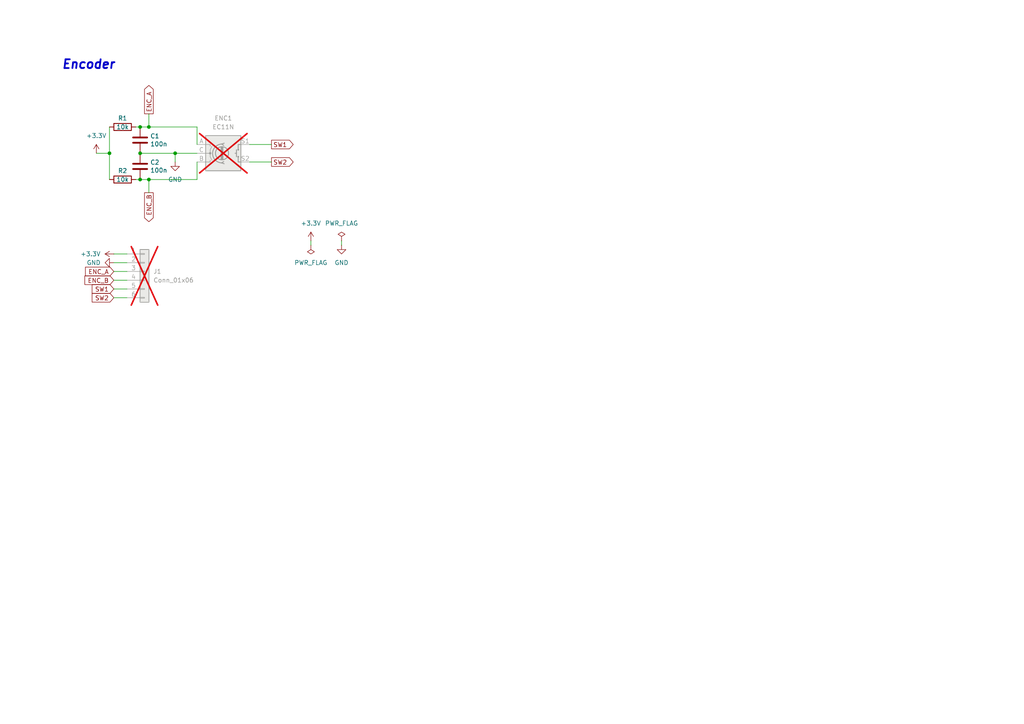
<source format=kicad_sch>
(kicad_sch (version 20231120) (generator "eeschema") (generator_version "8.0")
  (paper "A4")
  (lib_symbols
    (symbol "Connector_Generic:Conn_01x06" (pin_names (offset 1.016) hide)
      (property "Reference" "J" (at 0 7.62 0))
      (property "Value" "Conn_01x06" (at 0 -10.16 0))
      (symbol "Conn_01x06_1_1"
        (rectangle (start -1.27 -7.493) (end 0 -7.747) (stroke (width 0.1524)))
        (rectangle (start -1.27 -4.953) (end 0 -5.207) (stroke (width 0.1524)))
        (rectangle (start -1.27 -2.413) (end 0 -2.667) (stroke (width 0.1524)))
        (rectangle (start -1.27 0.127) (end 0 -0.127) (stroke (width 0.1524)))
        (rectangle (start -1.27 2.667) (end 0 2.413) (stroke (width 0.1524)))
        (rectangle (start -1.27 5.207) (end 0 4.953) (stroke (width 0.1524)))
        (rectangle (start -1.27 6.35) (end 1.27 -8.89) (stroke (width 0.254)) (fill (type background)))
        (pin passive line (at -5.08 5.08 0) (length 3.81) (name "Pin_1") (number "1"))
        (pin passive line (at -5.08 2.54 0) (length 3.81) (name "Pin_2") (number "2"))
        (pin passive line (at -5.08 0 0) (length 3.81) (name "Pin_3") (number "3"))
        (pin passive line (at -5.08 -2.54 0) (length 3.81) (name "Pin_4") (number "4"))
        (pin passive line (at -5.08 -5.08 0) (length 3.81) (name "Pin_5") (number "5"))
        (pin passive line (at -5.08 -7.62 0) (length 3.81) (name "Pin_6") (number "6"))
      )
    )
    (symbol "Device:C" (pin_numbers hide) (pin_names (offset 0.254))
      (property "Reference" "C" (at 0.635 2.54 0))
      (property "Value" "C" (at 0.635 -2.54 0))
      (symbol "C_0_1"
        (polyline (pts (xy -2.032 -0.762) (xy 2.032 -0.762)) (stroke (width 0.508)))
        (polyline (pts (xy -2.032 0.762) (xy 2.032 0.762)) (stroke (width 0.508)))
      )
      (symbol "C_1_1"
        (pin passive line (at 0 3.81 270) (length 2.794) (name "~") (number "1"))
        (pin passive line (at 0 -3.81 90) (length 2.794) (name "~") (number "2"))
      )
    )
    (symbol "Device:R" (pin_numbers hide) (pin_names (offset 0))
      (property "Reference" "R" (at 2.032 0 90))
      (property "Value" "R" (at 0 0 90))
      (symbol "R_0_1"
        (rectangle (start -1.016 -2.54) (end 1.016 2.54) (stroke (width 0.254)))
      )
      (symbol "R_1_1"
        (pin passive line (at 0 3.81 270) (length 1.27) (name "~") (number "1"))
        (pin passive line (at 0 -3.81 90) (length 1.27) (name "~") (number "2"))
      )
    )
    (symbol "Device:RotaryEncoder_Switch" (pin_names (offset 0.254) hide)
      (property "Reference" "SW" (at 0 6.604 0))
      (property "Value" "RotaryEncoder_Switch" (at 0 -6.604 0))
      (symbol "RotaryEncoder_Switch_0_1"
        (rectangle (start -5.08 5.08) (end 5.08 -5.08) (stroke (width 0.254)) (fill (type background)))
        (circle (center -3.81 0) (radius 0.254) (fill (type outline)))
        (circle (center -0.381 0) (radius 1.905) (stroke (width 0.254)))
        (arc (start -0.381 2.667) (mid -3.0988 -0.0635) (end -0.381 -2.794) (stroke (width 0.254)))
        (polyline (pts (xy -0.635 -1.778) (xy -0.635 1.778)) (stroke (width 0.254)))
        (polyline (pts (xy -0.381 -1.778) (xy -0.381 1.778)) (stroke (width 0.254)))
        (polyline (pts (xy -0.127 1.778) (xy -0.127 -1.778)) (stroke (width 0.254)))
        (polyline (pts (xy 3.81 0) (xy 3.429 0)) (stroke (width 0.254)))
        (polyline (pts (xy 3.81 1.016) (xy 3.81 -1.016)) (stroke (width 0.254)))
        (polyline (pts (xy -5.08 -2.54) (xy -3.81 -2.54) (xy -3.81 -2.032)))
        (polyline (pts (xy -5.08 2.54) (xy -3.81 2.54) (xy -3.81 2.032)))
        (polyline (pts (xy 0.254 -3.048) (xy -0.508 -2.794) (xy 0.127 -2.413)) (stroke (width 0.254)))
        (polyline (pts (xy 0.254 2.921) (xy -0.508 2.667) (xy 0.127 2.286)) (stroke (width 0.254)))
        (polyline (pts (xy 5.08 -2.54) (xy 4.318 -2.54) (xy 4.318 -1.016)) (stroke (width 0.254)))
        (polyline (pts (xy 5.08 2.54) (xy 4.318 2.54) (xy 4.318 1.016)) (stroke (width 0.254)))
        (polyline (pts (xy -5.08 0) (xy -3.81 0) (xy -3.81 -1.016) (xy -3.302 -2.032)))
        (polyline (pts (xy -4.318 0) (xy -3.81 0) (xy -3.81 1.016) (xy -3.302 2.032)))
        (circle (center 4.318 -1.016) (radius 0.127) (stroke (width 0.254)))
        (circle (center 4.318 1.016) (radius 0.127) (stroke (width 0.254)))
      )
      (symbol "RotaryEncoder_Switch_1_1"
        (pin passive line (at -7.62 2.54 0) (length 2.54) (name "A") (number "A"))
        (pin passive line (at -7.62 -2.54 0) (length 2.54) (name "B") (number "B"))
        (pin passive line (at -7.62 0 0) (length 2.54) (name "C") (number "C"))
        (pin passive line (at 7.62 2.54 180) (length 2.54) (name "S1") (number "S1"))
        (pin passive line (at 7.62 -2.54 180) (length 2.54) (name "S2") (number "S2"))
      )
    )
    (symbol "GND_1" (power) (pin_numbers hide) (pin_names (offset 0) hide)
      (property "Value" "GND" (at 0 -3.81 0))
      (symbol "GND_1_0_1"
        (polyline (pts (xy 0 0) (xy 0 -1.27) (xy 1.27 -1.27) (xy 0 -2.54) (xy -1.27 -1.27) (xy 0 -1.27)))
      )
      (symbol "GND_1_1_1"
        (pin power_in line (at 0 0 270) (length 0) (name "~") (number "1"))
      )
    )
    (symbol "power:+3.3V" (power) (pin_numbers hide) (pin_names (offset 0) hide)
      (property "Value" "+3.3V" (at 0 3.556 0))
      (symbol "+3.3V_0_1"
        (polyline (pts (xy -0.762 1.27) (xy 0 2.54)))
        (polyline (pts (xy 0 0) (xy 0 2.54)))
        (polyline (pts (xy 0 2.54) (xy 0.762 1.27)))
      )
      (symbol "+3.3V_1_1"
        (pin power_in line (at 0 0 90) (length 0) (name "~") (number "1"))
      )
    )
    (symbol "power:PWR_FLAG" (power) (pin_numbers hide) (pin_names (offset 0) hide)
      (property "Value" "PWR_FLAG" (at 0 3.81 0))
      (symbol "PWR_FLAG_0_0"
        (pin power_out line (at 0 0 90) (length 0) (name "~") (number "1"))
      )
      (symbol "PWR_FLAG_0_1"
        (polyline (pts (xy 0 0) (xy 0 1.27) (xy -1.016 1.905) (xy 0 2.54) (xy 1.016 1.905) (xy 0 1.27)))
      )
    )
  )
  (junction (at 43.18 36.83))
  (junction (at 40.64 44.45))
  (junction (at 40.64 52.07))
  (junction (at 43.18 52.07))
  (junction (at 31.75 44.45))
  (junction (at 40.64 36.83))
  (junction (at 50.8 44.45))
  (wire (pts (xy 31.75 44.45) (xy 31.75 36.83)))
  (wire (pts (xy 40.64 36.83) (xy 39.37 36.83)))
  (wire (pts (xy 33.02 83.82) (xy 36.83 83.82)))
  (wire (pts (xy 99.06 69.85) (xy 99.06 71.12)))
  (wire (pts (xy 33.02 73.66) (xy 36.83 73.66)))
  (wire (pts (xy 57.15 36.83) (xy 57.15 41.91)))
  (wire (pts (xy 50.8 44.45) (xy 57.15 44.45)))
  (wire (pts (xy 31.75 52.07) (xy 31.75 44.45)))
  (wire (pts (xy 40.64 52.07) (xy 43.18 52.07)))
  (wire (pts (xy 33.02 81.28) (xy 36.83 81.28)))
  (wire (pts (xy 43.18 52.07) (xy 43.18 55.88)))
  (wire (pts (xy 31.75 44.45) (xy 27.94 44.45)))
  (wire (pts (xy 43.18 36.83) (xy 57.15 36.83)))
  (wire (pts (xy 33.02 78.74) (xy 36.83 78.74)))
  (wire (pts (xy 33.02 86.36) (xy 36.83 86.36)))
  (wire (pts (xy 90.17 69.85) (xy 90.17 71.12)))
  (wire (pts (xy 50.8 46.99) (xy 50.8 44.45)))
  (wire (pts (xy 72.39 46.99) (xy 78.74 46.99)))
  (wire (pts (xy 43.18 33.02) (xy 43.18 36.83)))
  (wire (pts (xy 72.39 41.91) (xy 78.74 41.91)))
  (wire (pts (xy 40.64 44.45) (xy 50.8 44.45)))
  (wire (pts (xy 57.15 52.07) (xy 57.15 46.99)))
  (wire (pts (xy 40.64 36.83) (xy 43.18 36.83)))
  (wire (pts (xy 33.02 76.2) (xy 36.83 76.2)))
  (wire (pts (xy 40.64 52.07) (xy 39.37 52.07)))
  (wire (pts (xy 43.18 52.07) (xy 57.15 52.07)))
  (text "Encoder" (at 17.78 20.32 0) (effects (font (size 2.54 2.54) (thickness 0.508) (bold yes) (italic yes)) (justify left bottom)))
  (global_label "SW1" (shape output) (at 78.74 41.91 0) (property "Intersheetrefs" "${INTERSHEET_REFS}" (effects (hide yes))))
  (global_label "ENC_B" (shape input) (at 33.02 81.28 180) (property "Intersheetrefs" "${INTERSHEET_REFS}" (effects (hide yes))))
  (global_label "ENC_A" (shape output) (at 43.18 33.02 90) (property "Intersheetrefs" "${INTERSHEET_REFS}" (effects (hide yes))))
  (global_label "SW2" (shape output) (at 78.74 46.99 0) (property "Intersheetrefs" "${INTERSHEET_REFS}" (effects (hide yes))))
  (global_label "ENC_A" (shape input) (at 33.02 78.74 180) (property "Intersheetrefs" "${INTERSHEET_REFS}" (effects (hide yes))))
  (global_label "SW2" (shape input) (at 33.02 86.36 180) (property "Intersheetrefs" "${INTERSHEET_REFS}" (effects (hide yes))))
  (global_label "SW1" (shape input) (at 33.02 83.82 180) (property "Intersheetrefs" "${INTERSHEET_REFS}" (effects (hide yes))))
  (global_label "ENC_B" (shape output) (at 43.18 55.88 270) (property "Intersheetrefs" "${INTERSHEET_REFS}" (effects (hide yes))))
  (symbol (lib_name "GND_1") (lib_id "power:GND") (at 33.02 76.2 270) (unit 1)
    (property "Reference" "#PWR04" (effects (hide yes)))
    (property "Value" "GND" (at 29.21 76.1999 90) (effects (justify right)))
    (property "Description" "Power symbol creates a global label with name \"GND\" , ground" (effects (hide yes)))
  )
  (symbol (lib_id "Device:R") (at 35.56 36.83 270) (unit 1)
    (property "Reference" "R1" (at 35.56 34.29 90))
    (property "Value" "10k" (at 35.56 36.83 90))
    (property "Footprint" "Resistor_SMD:R_0805_2012Metric" (effects (hide yes)))
  )
  (symbol (lib_id "power:PWR_FLAG") (at 99.06 69.85 0) (unit 1)
    (property "Reference" "#FLG02" (effects (hide yes)))
    (property "Value" "PWR_FLAG" (at 99.06 64.77 0))
    (property "Description" "Special symbol for telling ERC where power comes from" (effects (hide yes)))
  )
  (symbol (lib_id "Device:RotaryEncoder_Switch") (at 64.77 44.45 0) (unit 1) (dnp yes)
    (property "Reference" "ENC1" (at 64.77 34.29 0))
    (property "Value" "EC11N" (at 64.77 36.83 0))
    (property "Footprint" "project-lib:Encoder_EVQWKL001" (effects (hide yes)))
  )
  (symbol (lib_id "power:PWR_FLAG") (at 90.17 71.12 180) (unit 1)
    (property "Reference" "#FLG01" (effects (hide yes)))
    (property "Value" "PWR_FLAG" (at 90.17 76.2 0))
    (property "Description" "Special symbol for telling ERC where power comes from" (effects (hide yes)))
  )
  (symbol (lib_id "Device:C") (at 40.64 40.64 0) (unit 1)
    (property "Reference" "C1" (at 43.561 39.4716 0) (effects (justify left)))
    (property "Value" "100n" (at 43.561 41.783 0) (effects (justify left)))
    (property "Footprint" "Capacitor_SMD:C_0805_2012Metric" (effects (hide yes)))
  )
  (symbol (lib_id "power:+3.3V") (at 27.94 44.45 0) (unit 1)
    (property "Reference" "#PWR01" (effects (hide yes)))
    (property "Value" "+3.3V" (at 27.94 39.37 0))
    (property "Description" "Power symbol creates a global label with name \"+3.3V\"" (effects (hide yes)))
  )
  (symbol (lib_id "power:+3.3V") (at 33.02 73.66 90) (unit 1)
    (property "Reference" "#PWR03" (effects (hide yes)))
    (property "Value" "+3.3V" (at 29.21 73.6599 90) (effects (justify left)))
    (property "Description" "Power symbol creates a global label with name \"+3.3V\"" (effects (hide yes)))
  )
  (symbol (lib_name "GND_1") (lib_id "power:GND") (at 50.8 46.99 0) (unit 1)
    (property "Reference" "#PWR02" (effects (hide yes)))
    (property "Value" "GND" (at 50.8 52.07 0))
    (property "Description" "Power symbol creates a global label with name \"GND\" , ground" (effects (hide yes)))
  )
  (symbol (lib_name "GND_1") (lib_id "power:GND") (at 99.06 71.12 0) (unit 1)
    (property "Reference" "#PWR06" (effects (hide yes)))
    (property "Value" "GND" (at 99.06 76.2 0))
    (property "Description" "Power symbol creates a global label with name \"GND\" , ground" (effects (hide yes)))
  )
  (symbol (lib_id "Connector_Generic:Conn_01x06") (at 41.91 78.74 0) (unit 1) (dnp yes)
    (property "Reference" "J1" (at 44.45 78.7399 0) (effects (justify left)))
    (property "Value" "Conn_01x06" (at 44.45 81.2799 0) (effects (justify left)))
    (property "Footprint" "Connector_PinHeader_2.54mm:PinHeader_1x06_P2.54mm_Vertical" (effects (hide yes)))
    (property "Description" "Generic connector, single row, 01x06, script generated (kicad-library-utils/schlib/autogen/connector/)" (effects (hide yes)))
  )
  (symbol (lib_id "Device:C") (at 40.64 48.26 0) (unit 1)
    (property "Reference" "C2" (at 43.561 47.0916 0) (effects (justify left)))
    (property "Value" "100n" (at 43.561 49.403 0) (effects (justify left)))
    (property "Footprint" "Capacitor_SMD:C_0805_2012Metric" (effects (hide yes)))
  )
  (symbol (lib_id "Device:R") (at 35.56 52.07 270) (unit 1)
    (property "Reference" "R2" (at 35.56 49.53 90))
    (property "Value" "10k" (at 35.56 52.07 90))
    (property "Footprint" "Resistor_SMD:R_0805_2012Metric" (effects (hide yes)))
  )
  (symbol (lib_id "power:+3.3V") (at 90.17 69.85 0) (unit 1)
    (property "Reference" "#PWR05" (effects (hide yes)))
    (property "Value" "+3.3V" (at 90.17 64.77 0))
    (property "Description" "Power symbol creates a global label with name \"+3.3V\"" (effects (hide yes)))
  )
)
</source>
